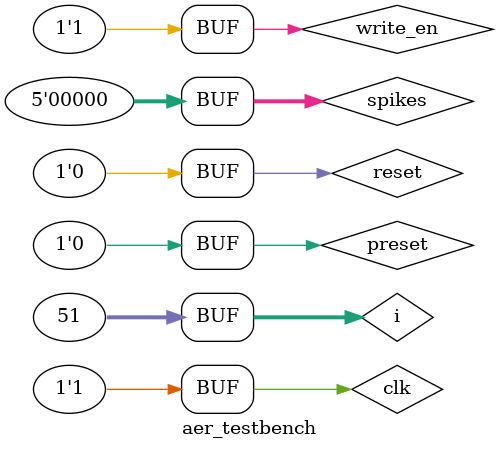
<source format=v>


module aer(
	clk,
	reset,
	write_en,
	preset,
	spikes,
	EN_Neuron,
	FIFO_full,
	FIFO_empty,
	AER
);


input wire	clk;
input wire	reset;
input wire	write_en;
input wire	preset;
input wire	[4:0] spikes;
output reg	EN_Neuron;
output wire	FIFO_full;
output wire	FIFO_empty;
output wire	[3:0] AER;

wire	[3:0] encoder_out;
wire	[4:0] FIFO_out;
wire	[4:0] mux_out;
wire	n_preset;
wire	n_read_en;
wire	n_reset;
wire	read_en;
wire	[4:0] remainder;





comparator	b2v_comparator(
	.comp_in(remainder),
	.comp_out(read_en));
	defparam	b2v_comparator.VECTOR_WIDTH = 5;


FIFO_buffer	b2v_FIFO_buffer(
	.clk(clk),
	.reset(reset),
	.read_en(read_en),
	.write_en(write_en),
	.FIFO_in(spikes),
	.FIFO_full(FIFO_full),
	.FIFO_empty(FIFO_empty),
	.FIFO_out(FIFO_out));
	defparam	b2v_FIFO_buffer.FIFO_DEPTH = 4;
	defparam	b2v_FIFO_buffer.FIFO_SIZE = 16;
	defparam	b2v_FIFO_buffer.VECTOR_WIDTH = 5;


always@(posedge clk or negedge n_reset or negedge n_preset)
begin
if (!n_reset)
	begin
	EN_Neuron <= 0;
	end
else
if (!n_preset)
	begin
	EN_Neuron <= 1;
	end
else
	begin
	EN_Neuron <= read_en;
	end
end

assign	n_read_en =  ~read_en;

assign	n_reset =  ~reset;

multiplexer b2v_multiplexer(
	.a(FIFO_out),
	.b(remainder),
	.selector(read_en),
	.mux_out(mux_out));

priority_encoder	b2v_priority_encoder(
	.clk(clk),
	.reset(reset),
	.encoder_in(mux_out),
	.encoder_out(encoder_out),
	.remainder(remainder));
	defparam	b2v_priority_encoder.VECTOR_WIDTH = 5;

assign	n_preset = ~preset;
assign	AER = encoder_out;

endmodule

module aer_testbench();
		reg clk, reset, write_en, preset;
		reg [4:0] spikes;
		wire EN_Neuron;
		wire FIFO_full, FIFO_empty;
		wire [3:0] AER;	
		integer i;	
		
		aer dut  (.clk(clk),
								.reset(reset),
								.write_en(write_en),
								.preset(preset),
								.spikes(spikes),
								.EN_Neuron(EN_Neuron),
								.FIFO_full(FIFO_full),
								.FIFO_empty(FIFO_empty),
								.AER(AER)
							  );
		initial begin
			// Initialize Inputs
			reset = 1'b0;
			write_en  = 1'b1;    
			preset = 1'b0;		
			
			#10;
			spikes  = 5'b00000;
			#20;
			spikes  = 5'b00001;
			#20;
			spikes  = 5'b00000;
			#20
			spikes  = 5'b11011;
			#20;
			spikes  = 5'b00000;
			#20;
			spikes  = 5'b00110;
			#20;
			spikes  = 5'b00000;
		end
		
		// Create a clock that switches every 10 timepoints
		initial begin
			clk  = 1'b0;
			for(i = 0; i<=50; i = i+1) begin
				#10 clk = ~clk; 
			end
		end
endmodule

</source>
